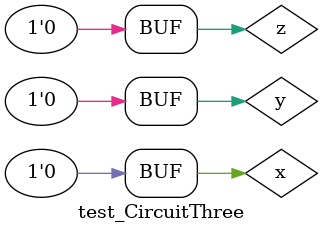
<source format=v>
module test_CircuitThree;
wire D,E;
reg x,y,z;

Circuit_Three S1(x,y,z,D,E);
initial
begin
	x=0;y=0;z=0;
	#20
	x=0;y=0;z=1;
	#20
	x=0;y=1;z=0;
	#20
	x=0;y=1;z=1;
	#20
	x=1;y=0;z=0;
	#20
	x=1;y=0;z=1;
	#20
	x=1;y=1;z=0;
	#20
	x=1;y=1;z=1;
	#20
	x=0;y=0;z=0;
end
endmodule
</source>
